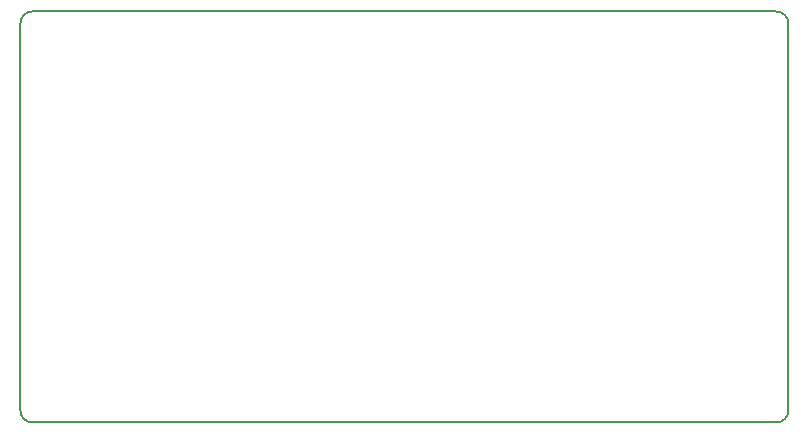
<source format=gbr>
%TF.GenerationSoftware,Altium Limited,Altium NEXUS,2.1.5 (53)*%
G04 Layer_Color=16711935*
%FSLAX44Y44*%
%MOMM*%
%TF.FileFunction,Other,Mechanical_1*%
%TF.Part,Single*%
G01*
G75*
%TA.AperFunction,NonConductor*%
%ADD57C,0.2000*%
D57*
X1306Y49530D02*
G03*
X11466Y39370I10158J-1D01*
G01*
X11430Y387350D02*
G03*
X1306Y377226I0J-10124D01*
G01*
X651510Y377190D02*
G03*
X641350Y387350I-10160J0D01*
G01*
Y39370D02*
G03*
X651510Y49530I0J10160D01*
G01*
X12700Y39370D02*
X641350Y39370D01*
X11466Y39370D02*
X12700Y39370D01*
X1306Y49530D02*
Y377226D01*
X11430Y387350D02*
X641350Y387350D01*
X651510Y49530D02*
X651510Y377190D01*
X651510Y49530D02*
X651510Y49530D01*
%TF.MD5,8fcc2e9fd0009ff2ea63eb04f697bd8b*%
M02*

</source>
